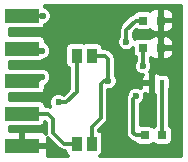
<source format=gbr>
G04 #@! TF.FileFunction,Copper,L2,Bot,Signal*
%FSLAX46Y46*%
G04 Gerber Fmt 4.6, Leading zero omitted, Abs format (unit mm)*
G04 Created by KiCad (PCBNEW 4.0.7-e2-6376~58~ubuntu16.04.1) date Wed Aug  1 22:41:23 2018*
%MOMM*%
%LPD*%
G01*
G04 APERTURE LIST*
%ADD10C,0.100000*%
%ADD11R,0.800000X0.750000*%
%ADD12R,0.970000X1.270000*%
%ADD13R,0.400000X0.600000*%
%ADD14R,3.000000X1.250000*%
%ADD15C,0.600000*%
%ADD16C,0.300000*%
%ADD17C,0.351000*%
G04 APERTURE END LIST*
D10*
D11*
X164925000Y-93050000D03*
X163425000Y-93050000D03*
X165050000Y-102775000D03*
X163550000Y-102775000D03*
X164925000Y-95375000D03*
X163425000Y-95375000D03*
D12*
X157785000Y-96025000D03*
X159065000Y-96025000D03*
X159065000Y-103475000D03*
X157785000Y-103475000D03*
D13*
X165050000Y-98350000D03*
X164150000Y-98350000D03*
D14*
X153175000Y-103675000D03*
X153175000Y-100925000D03*
X153175000Y-98175000D03*
X153175000Y-95425000D03*
X153175000Y-92675000D03*
D15*
X160725000Y-99450000D03*
X154800000Y-103675000D03*
X162000000Y-94850000D03*
X154900000Y-92675000D03*
X156250000Y-99975000D03*
X160475000Y-98175000D03*
X154875000Y-97850000D03*
X154875000Y-95625000D03*
X162825000Y-99450000D03*
X163425000Y-96900000D03*
D16*
X164150000Y-98350000D02*
X164150000Y-97725000D01*
X164925000Y-96950000D02*
X164925000Y-95375000D01*
X164150000Y-97725000D02*
X164925000Y-96950000D01*
X164925000Y-93050000D02*
X164925000Y-95375000D01*
X162350000Y-98350000D02*
X161550000Y-99150000D01*
X161550000Y-99150000D02*
X161250000Y-99450000D01*
X161250000Y-99450000D02*
X160725000Y-99450000D01*
X164150000Y-98350000D02*
X162350000Y-98350000D01*
X153175000Y-103675000D02*
X154800000Y-103675000D01*
X163425000Y-93050000D02*
X162775000Y-93050000D01*
X162000000Y-93825000D02*
X162000000Y-94850000D01*
X162775000Y-93050000D02*
X162000000Y-93825000D01*
X154900000Y-92675000D02*
X153175000Y-92675000D01*
X165050000Y-98350000D02*
X165050000Y-102775000D01*
X156250000Y-99975000D02*
X156925000Y-99975000D01*
X157785000Y-99115000D02*
X157785000Y-96025000D01*
X156925000Y-99975000D02*
X157785000Y-99115000D01*
X159065000Y-96025000D02*
X160175000Y-96025000D01*
X160475000Y-96325000D02*
X160475000Y-98175000D01*
X160175000Y-96025000D02*
X160475000Y-96325000D01*
X160475000Y-98175000D02*
X160100000Y-98175000D01*
X159065000Y-102060000D02*
X159065000Y-103475000D01*
X159850000Y-101275000D02*
X159065000Y-102060000D01*
X159850000Y-98425000D02*
X159850000Y-101275000D01*
X160100000Y-98175000D02*
X159850000Y-98425000D01*
X157785000Y-103475000D02*
X156750000Y-103475000D01*
X155325000Y-100925000D02*
X153175000Y-100925000D01*
X155825000Y-101425000D02*
X155325000Y-100925000D01*
X155825000Y-102550000D02*
X155825000Y-101425000D01*
X156750000Y-103475000D02*
X155825000Y-102550000D01*
X154875000Y-97850000D02*
X154550000Y-98175000D01*
X154550000Y-98175000D02*
X153175000Y-98175000D01*
X154325000Y-98175000D02*
X153175000Y-98175000D01*
X154875000Y-95625000D02*
X153175000Y-95425000D01*
X163550000Y-102775000D02*
X162775000Y-102775000D01*
X162575000Y-99700000D02*
X162825000Y-99450000D01*
X162575000Y-102575000D02*
X162575000Y-99700000D01*
X162775000Y-102775000D02*
X162575000Y-102575000D01*
X163425000Y-95375000D02*
X163425000Y-96900000D01*
D17*
G36*
X166649500Y-104524500D02*
X159783956Y-104524500D01*
X159888047Y-104457519D01*
X159996618Y-104298620D01*
X160034815Y-104110000D01*
X160034815Y-102840000D01*
X160001659Y-102663790D01*
X159897519Y-102501953D01*
X159738620Y-102393382D01*
X159690500Y-102383637D01*
X159690500Y-102319090D01*
X160292296Y-101717295D01*
X160427887Y-101514369D01*
X160475500Y-101275000D01*
X160475500Y-99700000D01*
X161949500Y-99700000D01*
X161949500Y-102575000D01*
X161997113Y-102814369D01*
X162132705Y-103017295D01*
X162332705Y-103217295D01*
X162535631Y-103352887D01*
X162741910Y-103393918D01*
X162802481Y-103488047D01*
X162961380Y-103596618D01*
X163150000Y-103634815D01*
X163950000Y-103634815D01*
X164126210Y-103601659D01*
X164288047Y-103497519D01*
X164298619Y-103482046D01*
X164302481Y-103488047D01*
X164461380Y-103596618D01*
X164650000Y-103634815D01*
X165450000Y-103634815D01*
X165626210Y-103601659D01*
X165788047Y-103497519D01*
X165896618Y-103338620D01*
X165934815Y-103150000D01*
X165934815Y-102400000D01*
X165901659Y-102223790D01*
X165797519Y-102061953D01*
X165675500Y-101978581D01*
X165675500Y-98869527D01*
X165696618Y-98838620D01*
X165734815Y-98650000D01*
X165734815Y-98050000D01*
X165701659Y-97873790D01*
X165597519Y-97711953D01*
X165438620Y-97603382D01*
X165250000Y-97565185D01*
X164850000Y-97565185D01*
X164834682Y-97568067D01*
X164737172Y-97470557D01*
X164485957Y-97366500D01*
X164399375Y-97366500D01*
X164228500Y-97537375D01*
X164228500Y-98271500D01*
X164248500Y-98271500D01*
X164248500Y-98428500D01*
X164228500Y-98428500D01*
X164228500Y-99162625D01*
X164399375Y-99333500D01*
X164424500Y-99333500D01*
X164424500Y-101980058D01*
X164311953Y-102052481D01*
X164301381Y-102067954D01*
X164297519Y-102061953D01*
X164138620Y-101953382D01*
X163950000Y-101915185D01*
X163200500Y-101915185D01*
X163200500Y-100133939D01*
X163263712Y-100107820D01*
X163482054Y-99889859D01*
X163600365Y-99604933D01*
X163600634Y-99296420D01*
X163575052Y-99234506D01*
X163814043Y-99333500D01*
X163900625Y-99333500D01*
X164071500Y-99162625D01*
X164071500Y-98428500D01*
X163437375Y-98428500D01*
X163266500Y-98599375D01*
X163266500Y-98785956D01*
X163272613Y-98800713D01*
X163264859Y-98792946D01*
X162979933Y-98674635D01*
X162671420Y-98674366D01*
X162386288Y-98792180D01*
X162167946Y-99010141D01*
X162049635Y-99295067D01*
X162049559Y-99382141D01*
X161997113Y-99460631D01*
X161997113Y-99460632D01*
X161949500Y-99700000D01*
X160475500Y-99700000D01*
X160475500Y-98950501D01*
X160628580Y-98950634D01*
X160913712Y-98832820D01*
X161132054Y-98614859D01*
X161250365Y-98329933D01*
X161250634Y-98021420D01*
X161132820Y-97736288D01*
X161100500Y-97703912D01*
X161100500Y-96325000D01*
X161060592Y-96124366D01*
X161052887Y-96085631D01*
X160917295Y-95882705D01*
X160617295Y-95582705D01*
X160414369Y-95447113D01*
X160175000Y-95399500D01*
X160034815Y-95399500D01*
X160034815Y-95390000D01*
X160001659Y-95213790D01*
X159897519Y-95051953D01*
X159826723Y-95003580D01*
X161224366Y-95003580D01*
X161342180Y-95288712D01*
X161560141Y-95507054D01*
X161845067Y-95625365D01*
X162153580Y-95625634D01*
X162438712Y-95507820D01*
X162540185Y-95406524D01*
X162540185Y-95750000D01*
X162573341Y-95926210D01*
X162677481Y-96088047D01*
X162799500Y-96171419D01*
X162799500Y-96428642D01*
X162767946Y-96460141D01*
X162649635Y-96745067D01*
X162649366Y-97053580D01*
X162767180Y-97338712D01*
X162985141Y-97557054D01*
X163270067Y-97675365D01*
X163365329Y-97675448D01*
X163266500Y-97914044D01*
X163266500Y-98100625D01*
X163437375Y-98271500D01*
X164071500Y-98271500D01*
X164071500Y-97537375D01*
X163977928Y-97443803D01*
X164082054Y-97339859D01*
X164200365Y-97054933D01*
X164200634Y-96746420D01*
X164082820Y-96461288D01*
X164050500Y-96428912D01*
X164050500Y-96242115D01*
X164137828Y-96329443D01*
X164389043Y-96433500D01*
X164675625Y-96433500D01*
X164846500Y-96262625D01*
X164846500Y-95453500D01*
X165003500Y-95453500D01*
X165003500Y-96262625D01*
X165174375Y-96433500D01*
X165460957Y-96433500D01*
X165712172Y-96329443D01*
X165904444Y-96137171D01*
X166008500Y-95885956D01*
X166008500Y-95624375D01*
X165837625Y-95453500D01*
X165003500Y-95453500D01*
X164846500Y-95453500D01*
X164826500Y-95453500D01*
X164826500Y-95296500D01*
X164846500Y-95296500D01*
X164846500Y-94487375D01*
X165003500Y-94487375D01*
X165003500Y-95296500D01*
X165837625Y-95296500D01*
X166008500Y-95125625D01*
X166008500Y-94864044D01*
X165904444Y-94612829D01*
X165712172Y-94420557D01*
X165460957Y-94316500D01*
X165174375Y-94316500D01*
X165003500Y-94487375D01*
X164846500Y-94487375D01*
X164675625Y-94316500D01*
X164389043Y-94316500D01*
X164137828Y-94420557D01*
X164006454Y-94551931D01*
X163825000Y-94515185D01*
X163025000Y-94515185D01*
X162848790Y-94548341D01*
X162742666Y-94616631D01*
X162657820Y-94411288D01*
X162625500Y-94378912D01*
X162625500Y-94084090D01*
X162837704Y-93871886D01*
X163025000Y-93909815D01*
X163825000Y-93909815D01*
X164001210Y-93876659D01*
X164006585Y-93873200D01*
X164137828Y-94004443D01*
X164389043Y-94108500D01*
X164675625Y-94108500D01*
X164846500Y-93937625D01*
X164846500Y-93128500D01*
X165003500Y-93128500D01*
X165003500Y-93937625D01*
X165174375Y-94108500D01*
X165460957Y-94108500D01*
X165712172Y-94004443D01*
X165904444Y-93812171D01*
X166008500Y-93560956D01*
X166008500Y-93299375D01*
X165837625Y-93128500D01*
X165003500Y-93128500D01*
X164846500Y-93128500D01*
X164826500Y-93128500D01*
X164826500Y-92971500D01*
X164846500Y-92971500D01*
X164846500Y-92162375D01*
X165003500Y-92162375D01*
X165003500Y-92971500D01*
X165837625Y-92971500D01*
X166008500Y-92800625D01*
X166008500Y-92539044D01*
X165904444Y-92287829D01*
X165712172Y-92095557D01*
X165460957Y-91991500D01*
X165174375Y-91991500D01*
X165003500Y-92162375D01*
X164846500Y-92162375D01*
X164675625Y-91991500D01*
X164389043Y-91991500D01*
X164137828Y-92095557D01*
X164006454Y-92226931D01*
X163825000Y-92190185D01*
X163025000Y-92190185D01*
X162848790Y-92223341D01*
X162686953Y-92327481D01*
X162596388Y-92460028D01*
X162535631Y-92472113D01*
X162332705Y-92607704D01*
X161557705Y-93382705D01*
X161422113Y-93585631D01*
X161422113Y-93585632D01*
X161374500Y-93825000D01*
X161374500Y-94378642D01*
X161342946Y-94410141D01*
X161224635Y-94695067D01*
X161224366Y-95003580D01*
X159826723Y-95003580D01*
X159738620Y-94943382D01*
X159550000Y-94905185D01*
X158580000Y-94905185D01*
X158419308Y-94935421D01*
X158270000Y-94905185D01*
X157300000Y-94905185D01*
X157123790Y-94938341D01*
X156961953Y-95042481D01*
X156853382Y-95201380D01*
X156815185Y-95390000D01*
X156815185Y-96660000D01*
X156848341Y-96836210D01*
X156952481Y-96998047D01*
X157111380Y-97106618D01*
X157159500Y-97116363D01*
X157159500Y-98855909D01*
X156693658Y-99321752D01*
X156689859Y-99317946D01*
X156404933Y-99199635D01*
X156096420Y-99199366D01*
X155811288Y-99317180D01*
X155592946Y-99535141D01*
X155474635Y-99820067D01*
X155474366Y-100128580D01*
X155564774Y-100347383D01*
X155564369Y-100347113D01*
X155325000Y-100299500D01*
X155159721Y-100299500D01*
X155126659Y-100123790D01*
X155022519Y-99961953D01*
X154863620Y-99853382D01*
X154675000Y-99815185D01*
X152125500Y-99815185D01*
X152125500Y-99284815D01*
X154675000Y-99284815D01*
X154851210Y-99251659D01*
X155013047Y-99147519D01*
X155121618Y-98988620D01*
X155159815Y-98800000D01*
X155159815Y-98571409D01*
X155313712Y-98507820D01*
X155532054Y-98289859D01*
X155650365Y-98004933D01*
X155650634Y-97696420D01*
X155532820Y-97411288D01*
X155314859Y-97192946D01*
X155029933Y-97074635D01*
X154721420Y-97074366D01*
X154721064Y-97074513D01*
X154675000Y-97065185D01*
X152125500Y-97065185D01*
X152125500Y-96534815D01*
X154675000Y-96534815D01*
X154851210Y-96501659D01*
X155008234Y-96400616D01*
X155028580Y-96400634D01*
X155313712Y-96282820D01*
X155532054Y-96064859D01*
X155650365Y-95779933D01*
X155650634Y-95471420D01*
X155532820Y-95186288D01*
X155314859Y-94967946D01*
X155159815Y-94903566D01*
X155159815Y-94800000D01*
X155126659Y-94623790D01*
X155022519Y-94461953D01*
X154863620Y-94353382D01*
X154675000Y-94315185D01*
X152125500Y-94315185D01*
X152125500Y-93784815D01*
X154675000Y-93784815D01*
X154851210Y-93751659D01*
X155013047Y-93647519D01*
X155121618Y-93488620D01*
X155136226Y-93416485D01*
X155338712Y-93332820D01*
X155557054Y-93114859D01*
X155675365Y-92829933D01*
X155675634Y-92521420D01*
X155557820Y-92236288D01*
X155339859Y-92017946D01*
X155138013Y-91934133D01*
X155126659Y-91873790D01*
X155079498Y-91800500D01*
X166649500Y-91800500D01*
X166649500Y-104524500D01*
X166649500Y-104524500D01*
G37*
X166649500Y-104524500D02*
X159783956Y-104524500D01*
X159888047Y-104457519D01*
X159996618Y-104298620D01*
X160034815Y-104110000D01*
X160034815Y-102840000D01*
X160001659Y-102663790D01*
X159897519Y-102501953D01*
X159738620Y-102393382D01*
X159690500Y-102383637D01*
X159690500Y-102319090D01*
X160292296Y-101717295D01*
X160427887Y-101514369D01*
X160475500Y-101275000D01*
X160475500Y-99700000D01*
X161949500Y-99700000D01*
X161949500Y-102575000D01*
X161997113Y-102814369D01*
X162132705Y-103017295D01*
X162332705Y-103217295D01*
X162535631Y-103352887D01*
X162741910Y-103393918D01*
X162802481Y-103488047D01*
X162961380Y-103596618D01*
X163150000Y-103634815D01*
X163950000Y-103634815D01*
X164126210Y-103601659D01*
X164288047Y-103497519D01*
X164298619Y-103482046D01*
X164302481Y-103488047D01*
X164461380Y-103596618D01*
X164650000Y-103634815D01*
X165450000Y-103634815D01*
X165626210Y-103601659D01*
X165788047Y-103497519D01*
X165896618Y-103338620D01*
X165934815Y-103150000D01*
X165934815Y-102400000D01*
X165901659Y-102223790D01*
X165797519Y-102061953D01*
X165675500Y-101978581D01*
X165675500Y-98869527D01*
X165696618Y-98838620D01*
X165734815Y-98650000D01*
X165734815Y-98050000D01*
X165701659Y-97873790D01*
X165597519Y-97711953D01*
X165438620Y-97603382D01*
X165250000Y-97565185D01*
X164850000Y-97565185D01*
X164834682Y-97568067D01*
X164737172Y-97470557D01*
X164485957Y-97366500D01*
X164399375Y-97366500D01*
X164228500Y-97537375D01*
X164228500Y-98271500D01*
X164248500Y-98271500D01*
X164248500Y-98428500D01*
X164228500Y-98428500D01*
X164228500Y-99162625D01*
X164399375Y-99333500D01*
X164424500Y-99333500D01*
X164424500Y-101980058D01*
X164311953Y-102052481D01*
X164301381Y-102067954D01*
X164297519Y-102061953D01*
X164138620Y-101953382D01*
X163950000Y-101915185D01*
X163200500Y-101915185D01*
X163200500Y-100133939D01*
X163263712Y-100107820D01*
X163482054Y-99889859D01*
X163600365Y-99604933D01*
X163600634Y-99296420D01*
X163575052Y-99234506D01*
X163814043Y-99333500D01*
X163900625Y-99333500D01*
X164071500Y-99162625D01*
X164071500Y-98428500D01*
X163437375Y-98428500D01*
X163266500Y-98599375D01*
X163266500Y-98785956D01*
X163272613Y-98800713D01*
X163264859Y-98792946D01*
X162979933Y-98674635D01*
X162671420Y-98674366D01*
X162386288Y-98792180D01*
X162167946Y-99010141D01*
X162049635Y-99295067D01*
X162049559Y-99382141D01*
X161997113Y-99460631D01*
X161997113Y-99460632D01*
X161949500Y-99700000D01*
X160475500Y-99700000D01*
X160475500Y-98950501D01*
X160628580Y-98950634D01*
X160913712Y-98832820D01*
X161132054Y-98614859D01*
X161250365Y-98329933D01*
X161250634Y-98021420D01*
X161132820Y-97736288D01*
X161100500Y-97703912D01*
X161100500Y-96325000D01*
X161060592Y-96124366D01*
X161052887Y-96085631D01*
X160917295Y-95882705D01*
X160617295Y-95582705D01*
X160414369Y-95447113D01*
X160175000Y-95399500D01*
X160034815Y-95399500D01*
X160034815Y-95390000D01*
X160001659Y-95213790D01*
X159897519Y-95051953D01*
X159826723Y-95003580D01*
X161224366Y-95003580D01*
X161342180Y-95288712D01*
X161560141Y-95507054D01*
X161845067Y-95625365D01*
X162153580Y-95625634D01*
X162438712Y-95507820D01*
X162540185Y-95406524D01*
X162540185Y-95750000D01*
X162573341Y-95926210D01*
X162677481Y-96088047D01*
X162799500Y-96171419D01*
X162799500Y-96428642D01*
X162767946Y-96460141D01*
X162649635Y-96745067D01*
X162649366Y-97053580D01*
X162767180Y-97338712D01*
X162985141Y-97557054D01*
X163270067Y-97675365D01*
X163365329Y-97675448D01*
X163266500Y-97914044D01*
X163266500Y-98100625D01*
X163437375Y-98271500D01*
X164071500Y-98271500D01*
X164071500Y-97537375D01*
X163977928Y-97443803D01*
X164082054Y-97339859D01*
X164200365Y-97054933D01*
X164200634Y-96746420D01*
X164082820Y-96461288D01*
X164050500Y-96428912D01*
X164050500Y-96242115D01*
X164137828Y-96329443D01*
X164389043Y-96433500D01*
X164675625Y-96433500D01*
X164846500Y-96262625D01*
X164846500Y-95453500D01*
X165003500Y-95453500D01*
X165003500Y-96262625D01*
X165174375Y-96433500D01*
X165460957Y-96433500D01*
X165712172Y-96329443D01*
X165904444Y-96137171D01*
X166008500Y-95885956D01*
X166008500Y-95624375D01*
X165837625Y-95453500D01*
X165003500Y-95453500D01*
X164846500Y-95453500D01*
X164826500Y-95453500D01*
X164826500Y-95296500D01*
X164846500Y-95296500D01*
X164846500Y-94487375D01*
X165003500Y-94487375D01*
X165003500Y-95296500D01*
X165837625Y-95296500D01*
X166008500Y-95125625D01*
X166008500Y-94864044D01*
X165904444Y-94612829D01*
X165712172Y-94420557D01*
X165460957Y-94316500D01*
X165174375Y-94316500D01*
X165003500Y-94487375D01*
X164846500Y-94487375D01*
X164675625Y-94316500D01*
X164389043Y-94316500D01*
X164137828Y-94420557D01*
X164006454Y-94551931D01*
X163825000Y-94515185D01*
X163025000Y-94515185D01*
X162848790Y-94548341D01*
X162742666Y-94616631D01*
X162657820Y-94411288D01*
X162625500Y-94378912D01*
X162625500Y-94084090D01*
X162837704Y-93871886D01*
X163025000Y-93909815D01*
X163825000Y-93909815D01*
X164001210Y-93876659D01*
X164006585Y-93873200D01*
X164137828Y-94004443D01*
X164389043Y-94108500D01*
X164675625Y-94108500D01*
X164846500Y-93937625D01*
X164846500Y-93128500D01*
X165003500Y-93128500D01*
X165003500Y-93937625D01*
X165174375Y-94108500D01*
X165460957Y-94108500D01*
X165712172Y-94004443D01*
X165904444Y-93812171D01*
X166008500Y-93560956D01*
X166008500Y-93299375D01*
X165837625Y-93128500D01*
X165003500Y-93128500D01*
X164846500Y-93128500D01*
X164826500Y-93128500D01*
X164826500Y-92971500D01*
X164846500Y-92971500D01*
X164846500Y-92162375D01*
X165003500Y-92162375D01*
X165003500Y-92971500D01*
X165837625Y-92971500D01*
X166008500Y-92800625D01*
X166008500Y-92539044D01*
X165904444Y-92287829D01*
X165712172Y-92095557D01*
X165460957Y-91991500D01*
X165174375Y-91991500D01*
X165003500Y-92162375D01*
X164846500Y-92162375D01*
X164675625Y-91991500D01*
X164389043Y-91991500D01*
X164137828Y-92095557D01*
X164006454Y-92226931D01*
X163825000Y-92190185D01*
X163025000Y-92190185D01*
X162848790Y-92223341D01*
X162686953Y-92327481D01*
X162596388Y-92460028D01*
X162535631Y-92472113D01*
X162332705Y-92607704D01*
X161557705Y-93382705D01*
X161422113Y-93585631D01*
X161422113Y-93585632D01*
X161374500Y-93825000D01*
X161374500Y-94378642D01*
X161342946Y-94410141D01*
X161224635Y-94695067D01*
X161224366Y-95003580D01*
X159826723Y-95003580D01*
X159738620Y-94943382D01*
X159550000Y-94905185D01*
X158580000Y-94905185D01*
X158419308Y-94935421D01*
X158270000Y-94905185D01*
X157300000Y-94905185D01*
X157123790Y-94938341D01*
X156961953Y-95042481D01*
X156853382Y-95201380D01*
X156815185Y-95390000D01*
X156815185Y-96660000D01*
X156848341Y-96836210D01*
X156952481Y-96998047D01*
X157111380Y-97106618D01*
X157159500Y-97116363D01*
X157159500Y-98855909D01*
X156693658Y-99321752D01*
X156689859Y-99317946D01*
X156404933Y-99199635D01*
X156096420Y-99199366D01*
X155811288Y-99317180D01*
X155592946Y-99535141D01*
X155474635Y-99820067D01*
X155474366Y-100128580D01*
X155564774Y-100347383D01*
X155564369Y-100347113D01*
X155325000Y-100299500D01*
X155159721Y-100299500D01*
X155126659Y-100123790D01*
X155022519Y-99961953D01*
X154863620Y-99853382D01*
X154675000Y-99815185D01*
X152125500Y-99815185D01*
X152125500Y-99284815D01*
X154675000Y-99284815D01*
X154851210Y-99251659D01*
X155013047Y-99147519D01*
X155121618Y-98988620D01*
X155159815Y-98800000D01*
X155159815Y-98571409D01*
X155313712Y-98507820D01*
X155532054Y-98289859D01*
X155650365Y-98004933D01*
X155650634Y-97696420D01*
X155532820Y-97411288D01*
X155314859Y-97192946D01*
X155029933Y-97074635D01*
X154721420Y-97074366D01*
X154721064Y-97074513D01*
X154675000Y-97065185D01*
X152125500Y-97065185D01*
X152125500Y-96534815D01*
X154675000Y-96534815D01*
X154851210Y-96501659D01*
X155008234Y-96400616D01*
X155028580Y-96400634D01*
X155313712Y-96282820D01*
X155532054Y-96064859D01*
X155650365Y-95779933D01*
X155650634Y-95471420D01*
X155532820Y-95186288D01*
X155314859Y-94967946D01*
X155159815Y-94903566D01*
X155159815Y-94800000D01*
X155126659Y-94623790D01*
X155022519Y-94461953D01*
X154863620Y-94353382D01*
X154675000Y-94315185D01*
X152125500Y-94315185D01*
X152125500Y-93784815D01*
X154675000Y-93784815D01*
X154851210Y-93751659D01*
X155013047Y-93647519D01*
X155121618Y-93488620D01*
X155136226Y-93416485D01*
X155338712Y-93332820D01*
X155557054Y-93114859D01*
X155675365Y-92829933D01*
X155675634Y-92521420D01*
X155557820Y-92236288D01*
X155339859Y-92017946D01*
X155138013Y-91934133D01*
X155126659Y-91873790D01*
X155079498Y-91800500D01*
X166649500Y-91800500D01*
X166649500Y-104524500D01*
G36*
X155199500Y-101684090D02*
X155199500Y-102550000D01*
X155213873Y-102622258D01*
X155062171Y-102470556D01*
X154810956Y-102366500D01*
X153424375Y-102366500D01*
X153253500Y-102537375D01*
X153253500Y-103596500D01*
X155187625Y-103596500D01*
X155358500Y-103425625D01*
X155358500Y-102956070D01*
X155382705Y-102992295D01*
X156307705Y-103917296D01*
X156510631Y-104052887D01*
X156750000Y-104100500D01*
X156815185Y-104100500D01*
X156815185Y-104110000D01*
X156848341Y-104286210D01*
X156952481Y-104448047D01*
X157064374Y-104524500D01*
X155321824Y-104524500D01*
X155358500Y-104435957D01*
X155358500Y-103924375D01*
X155187625Y-103753500D01*
X153253500Y-103753500D01*
X153253500Y-103773500D01*
X153096500Y-103773500D01*
X153096500Y-103753500D01*
X153076500Y-103753500D01*
X153076500Y-103596500D01*
X153096500Y-103596500D01*
X153096500Y-102537375D01*
X152925625Y-102366500D01*
X152125500Y-102366500D01*
X152125500Y-102034815D01*
X154675000Y-102034815D01*
X154851210Y-102001659D01*
X155013047Y-101897519D01*
X155121618Y-101738620D01*
X155143917Y-101628507D01*
X155199500Y-101684090D01*
X155199500Y-101684090D01*
G37*
X155199500Y-101684090D02*
X155199500Y-102550000D01*
X155213873Y-102622258D01*
X155062171Y-102470556D01*
X154810956Y-102366500D01*
X153424375Y-102366500D01*
X153253500Y-102537375D01*
X153253500Y-103596500D01*
X155187625Y-103596500D01*
X155358500Y-103425625D01*
X155358500Y-102956070D01*
X155382705Y-102992295D01*
X156307705Y-103917296D01*
X156510631Y-104052887D01*
X156750000Y-104100500D01*
X156815185Y-104100500D01*
X156815185Y-104110000D01*
X156848341Y-104286210D01*
X156952481Y-104448047D01*
X157064374Y-104524500D01*
X155321824Y-104524500D01*
X155358500Y-104435957D01*
X155358500Y-103924375D01*
X155187625Y-103753500D01*
X153253500Y-103753500D01*
X153253500Y-103773500D01*
X153096500Y-103773500D01*
X153096500Y-103753500D01*
X153076500Y-103753500D01*
X153076500Y-103596500D01*
X153096500Y-103596500D01*
X153096500Y-102537375D01*
X152925625Y-102366500D01*
X152125500Y-102366500D01*
X152125500Y-102034815D01*
X154675000Y-102034815D01*
X154851210Y-102001659D01*
X155013047Y-101897519D01*
X155121618Y-101738620D01*
X155143917Y-101628507D01*
X155199500Y-101684090D01*
M02*

</source>
